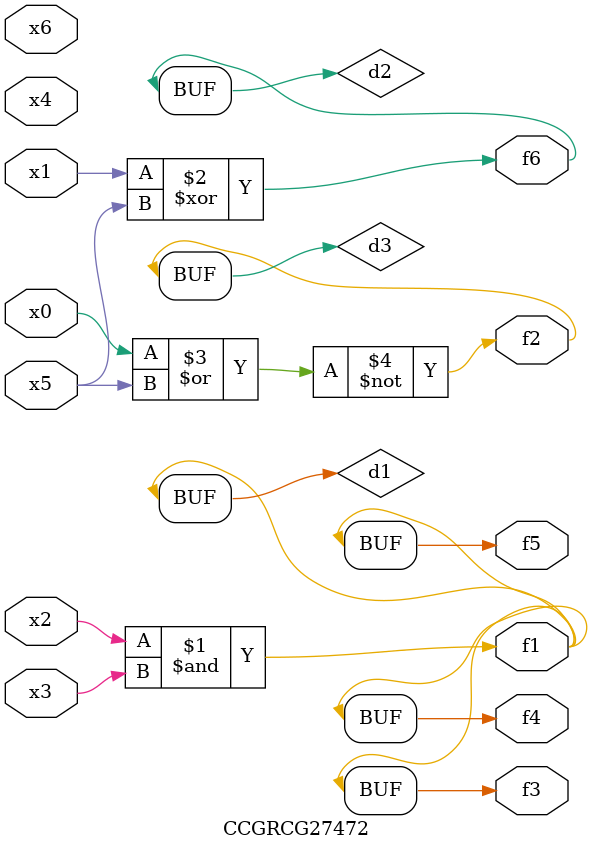
<source format=v>
module CCGRCG27472(
	input x0, x1, x2, x3, x4, x5, x6,
	output f1, f2, f3, f4, f5, f6
);

	wire d1, d2, d3;

	and (d1, x2, x3);
	xor (d2, x1, x5);
	nor (d3, x0, x5);
	assign f1 = d1;
	assign f2 = d3;
	assign f3 = d1;
	assign f4 = d1;
	assign f5 = d1;
	assign f6 = d2;
endmodule

</source>
